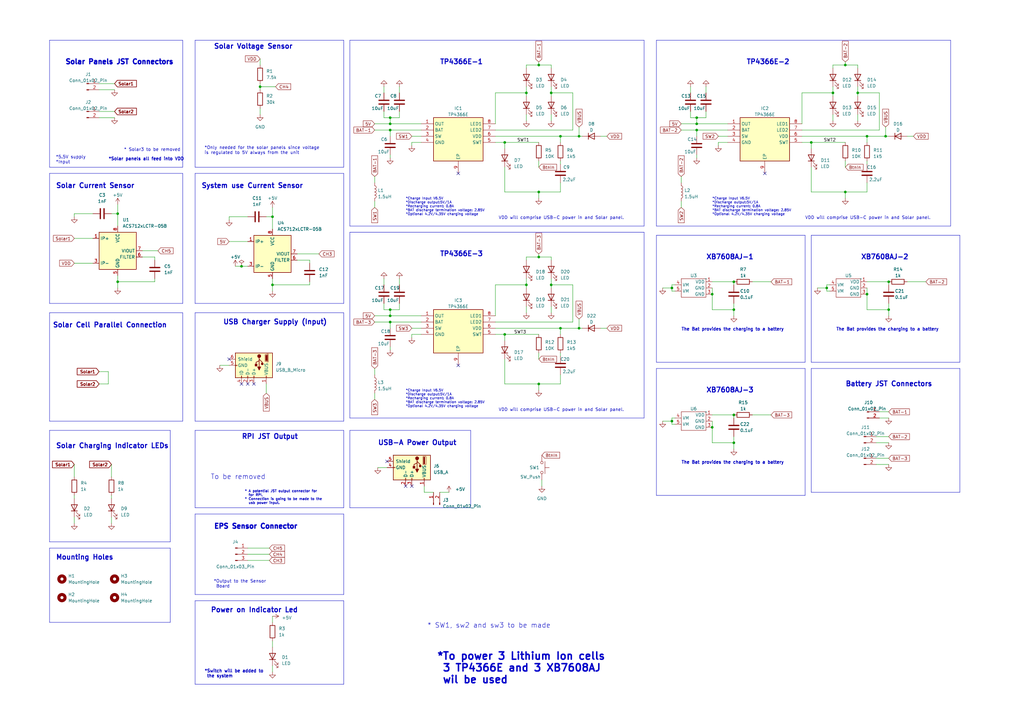
<source format=kicad_sch>
(kicad_sch (version 20230121) (generator eeschema)
  (paper "A3")
  (title_block (title "Electrical Power Supply System PCB by Gerald Mbuthia") (date "2023-09-24") (rev "v1.5") (company "Omarichet Space") (comment 1 "This is the Power Suply System for the Edusat. It will store power in thee Lithium Ion Batteries. Solar oanels will be available to charge th batteries."))
  (junction (at 207.01 58.42))
  (junction (at 346.71 26.67))
  (junction (at 207.01 137.16))
  (junction (at 285.75 53.34))
  (junction (at 341.63 38.1))
  (junction (at 364.49 115.57))
  (junction (at 351.79 38.1))
  (junction (at 285.75 48.26))
  (junction (at 300.99 127))
  (junction (at 111.76 116.84))
  (junction (at 111.76 88.9))
  (junction (at 300.99 181.61))
  (junction (at 220.98 157.48))
  (junction (at 160.02 129.54))
  (junction (at 332.74 58.42))
  (junction (at 215.9 38.1))
  (junction (at 346.71 78.74))
  (junction (at 226.06 116.84))
  (junction (at 292.1 120.65))
  (junction (at 237.49 134.62))
  (junction (at 285.75 50.8))
  (junction (at 275.59 118.11))
  (junction (at 300.99 115.57))
  (junction (at 160.02 127))
  (junction (at 220.98 105.41))
  (junction (at 237.49 55.88))
  (junction (at 229.87 55.88))
  (junction (at 339.09 118.11))
  (junction (at 363.22 55.88))
  (junction (at 99.06 109.22))
  (junction (at 160.02 48.26))
  (junction (at 364.49 127))
  (junction (at 48.26 115.57))
  (junction (at 106.68 35.56))
  (junction (at 220.98 78.74))
  (junction (at 355.6 120.65))
  (junction (at 215.9 116.84))
  (junction (at 300.99 170.18))
  (junction (at 220.98 26.67))
  (junction (at 160.02 132.08))
  (junction (at 275.59 172.72))
  (junction (at 160.02 53.34))
  (junction (at 355.6 55.88))
  (junction (at 48.26 87.63))
  (junction (at 229.87 134.62))
  (junction (at 292.1 175.26))
  (junction (at 226.06 38.1))
  (junction (at 160.02 50.8))
  (no_connect (at 187.96 71.12))
  (no_connect (at 101.6 157.48))
  (no_connect (at 166.37 199.39))
  (no_connect (at 313.69 71.12))
  (no_connect (at 104.14 157.48))
  (no_connect (at 158.75 189.23))
  (no_connect (at 99.06 157.48))
  (no_connect (at 168.91 199.39))
  (no_connect (at 93.98 147.32))
  (no_connect (at 187.96 149.86))
  (bus_entry (at -11.43 90.17) (size 2.54 2.54))
  (wire (pts (xy 328.93 58.42) (xy 332.74 58.42)))
  (wire (pts (xy 157.48 124.46) (xy 157.48 127)))
  (polyline (pts (xy 264.16 171.45) (xy 264.16 95.25)))
  (wire (pts (xy 279.4 82.55) (xy 279.4 85.09)))
  (polyline (pts (xy 20.32 176.53) (xy 69.85 176.53)))
  (wire (pts (xy 111.76 85.09) (xy 111.76 88.9)))
  (wire (pts (xy 106.68 34.29) (xy 106.68 35.56)))
  (wire (pts (xy 355.6 118.11) (xy 355.6 120.65)))
  (polyline (pts (xy 80.01 71.12) (xy 140.97 71.12)))
  (wire (pts (xy 180.34 201.93) (xy 184.15 201.93)))
  (wire (pts (xy 160.02 143.51) (xy 160.02 142.24)))
  (wire (pts (xy 226.06 35.56) (xy 226.06 38.1)))
  (wire (pts (xy 237.49 55.88) (xy 238.76 55.88)))
  (polyline (pts (xy 80.01 210.82) (xy 80.01 243.84)))
  (wire (pts (xy 359.41 187.96) (xy 364.49 187.96)))
  (wire (pts (xy 157.48 45.72) (xy 157.48 48.26)))
  (wire (pts (xy 58.42 105.41) (xy 63.5 105.41)))
  (wire (pts (xy 276.86 171.45) (xy 275.59 171.45)))
  (wire (pts (xy 207.01 78.74) (xy 220.98 78.74)))
  (wire (pts (xy 275.59 172.72) (xy 275.59 173.99)))
  (wire (pts (xy 106.68 35.56) (xy 106.68 36.83)))
  (wire (pts (xy 30.48 190.5) (xy 30.48 195.58)))
  (wire (pts (xy 44.45 152.4) (xy 44.45 157.48)))
  (wire (pts (xy 163.83 45.72) (xy 163.83 48.26)))
  (wire (pts (xy 226.06 49.53) (xy 226.06 46.99)))
  (polyline (pts (xy 193.04 176.53) (xy 193.04 208.28)))
  (polyline (pts (xy 20.32 255.27) (xy 69.85 255.27)))
  (wire (pts (xy 351.79 26.67) (xy 351.79 27.94)))
  (polyline (pts (xy 140.97 176.53) (xy 140.97 208.28)))
  (wire (pts (xy 341.63 26.67) (xy 346.71 26.67)))
  (polyline (pts (xy 269.24 92.71) (xy 389.89 92.71)))
  (wire (pts (xy 279.4 53.34) (xy 285.75 53.34)))
  (wire (pts (xy 203.2 53.34) (xy 234.95 53.34)))
  (wire (pts (xy 215.9 46.99) (xy 215.9 49.53)))
  (wire (pts (xy 328.93 55.88) (xy 355.6 55.88)))
  (wire (pts (xy 289.56 35.56) (xy 289.56 38.1)))
  (wire (pts (xy 226.06 116.84) (xy 226.06 118.11)))
  (wire (pts (xy 207.01 137.16) (xy 207.01 139.7)))
  (polyline (pts (xy 330.2 96.52) (xy 330.2 148.59)))
  (wire (pts (xy 220.98 104.14) (xy 220.98 105.41)))
  (wire (pts (xy 207.01 157.48) (xy 220.98 157.48)))
  (wire (pts (xy 222.25 196.85) (xy 222.25 199.39)))
  (wire (pts (xy 229.87 134.62) (xy 229.87 137.16)))
  (polyline (pts (xy 269.24 96.52) (xy 269.24 148.59)))
  (wire (pts (xy 234.95 38.1) (xy 226.06 38.1)))
  (wire (pts (xy 30.48 97.79) (xy 38.1 97.79)))
  (wire (pts (xy 215.9 106.68) (xy 215.9 105.41)))
  (wire (pts (xy 220.98 66.04) (xy 220.98 68.58)))
  (wire (pts (xy 300.99 179.07) (xy 300.99 181.61)))
  (wire (pts (xy 276.86 116.84) (xy 275.59 116.84)))
  (wire (pts (xy 332.74 68.58) (xy 332.74 78.74)))
  (polyline (pts (xy 20.32 222.25) (xy 69.85 222.25)))
  (wire (pts (xy 341.63 38.1) (xy 341.63 39.37)))
  (polyline (pts (xy 393.7 96.52) (xy 393.7 148.59)))
  (wire (pts (xy 355.6 55.88) (xy 363.22 55.88)))
  (wire (pts (xy 279.4 72.39) (xy 279.4 74.93)))
  (wire (pts (xy 163.83 114.3) (xy 163.83 116.84)))
  (wire (pts (xy 220.98 157.48) (xy 220.98 160.02)))
  (polyline (pts (xy 389.89 92.71) (xy 389.89 16.51)))
  (wire (pts (xy 275.59 172.72) (xy 271.78 172.72)))
  (wire (pts (xy 163.83 35.56) (xy 163.83 38.1)))
  (wire (pts (xy 275.59 116.84) (xy 275.59 118.11)))
  (wire (pts (xy 229.87 55.88) (xy 237.49 55.88)))
  (wire (pts (xy 372.11 55.88) (xy 374.65 55.88)))
  (wire (pts (xy 294.64 59.69) (xy 294.64 58.42)))
  (wire (pts (xy 292.1 172.72) (xy 292.1 175.26)))
  (wire (pts (xy 157.48 114.3) (xy 157.48 116.84)))
  (wire (pts (xy 276.86 119.38) (xy 275.59 119.38)))
  (polyline (pts (xy 74.93 124.46) (xy 74.93 71.12)))
  (polyline (pts (xy 143.51 176.53) (xy 193.04 176.53)))
  (wire (pts (xy 226.06 114.3) (xy 226.06 116.84)))
  (wire (pts (xy 153.67 129.54) (xy 160.02 129.54)))
  (polyline (pts (xy 74.93 68.58) (xy 20.32 68.58)))
  (wire (pts (xy 234.95 132.08) (xy 234.95 116.84)))
  (wire (pts (xy 215.9 26.67) (xy 220.98 26.67)))
  (wire (pts (xy 234.95 53.34) (xy 234.95 38.1)))
  (wire (pts (xy 220.98 144.78) (xy 220.98 147.32)))
  (wire (pts (xy 96.52 109.22) (xy 99.06 109.22)))
  (wire (pts (xy 160.02 132.08) (xy 160.02 134.62)))
  (wire (pts (xy 153.67 50.8) (xy 160.02 50.8)))
  (polyline (pts (xy 269.24 151.13) (xy 269.24 203.2)))
  (wire (pts (xy 226.06 128.27) (xy 226.06 125.73)))
  (wire (pts (xy 285.75 48.26) (xy 285.75 50.8)))
  (wire (pts (xy 332.74 58.42) (xy 346.71 58.42)))
  (wire (pts (xy 30.48 88.9) (xy 30.48 87.63)))
  (wire (pts (xy 359.41 190.5) (xy 364.49 190.5)))
  (polyline (pts (xy 80.01 128.27) (xy 140.97 128.27)))
  (wire (pts (xy 229.87 153.67) (xy 229.87 157.48)))
  (wire (pts (xy 48.26 113.03) (xy 48.26 115.57)))
  (polyline (pts (xy 330.2 148.59) (xy 269.24 148.59)))
  (wire (pts (xy 168.91 55.88) (xy 172.72 55.88)))
  (wire (pts (xy 275.59 118.11) (xy 271.78 118.11)))
  (wire (pts (xy 160.02 129.54) (xy 172.72 129.54)))
  (polyline (pts (xy 20.32 124.46) (xy 74.93 124.46)))
  (polyline (pts (xy 269.24 16.51) (xy 269.24 92.71)))
  (polyline (pts (xy 80.01 68.58) (xy 80.01 16.51)))
  (wire (pts (xy 237.49 52.07) (xy 237.49 55.88)))
  (polyline (pts (xy 74.93 16.51) (xy 74.93 68.58)))
  (polyline (pts (xy 69.85 255.27) (xy 69.85 224.79)))
  (wire (pts (xy 168.91 59.69) (xy 168.91 58.42)))
  (wire (pts (xy 341.63 27.94) (xy 341.63 26.67)))
  (wire (pts (xy 157.48 35.56) (xy 157.48 38.1)))
  (wire (pts (xy 346.71 25.4) (xy 346.71 26.67)))
  (wire (pts (xy 99.06 109.22) (xy 101.6 109.22)))
  (wire (pts (xy 285.75 48.26) (xy 289.56 48.26)))
  (polyline (pts (xy 193.04 208.28) (xy 143.51 208.28)))
  (wire (pts (xy 40.64 152.4) (xy 44.45 152.4)))
  (polyline (pts (xy 20.32 71.12) (xy 74.93 71.12)))
  (wire (pts (xy 154.94 191.77) (xy 158.75 191.77)))
  (wire (pts (xy 215.9 114.3) (xy 215.9 116.84)))
  (wire (pts (xy 30.48 107.95) (xy 38.1 107.95)))
  (wire (pts (xy 111.76 116.84) (xy 111.76 119.38)))
  (wire (pts (xy 101.6 227.33) (xy 110.49 227.33)))
  (wire (pts (xy 160.02 127) (xy 160.02 129.54)))
  (wire (pts (xy 160.02 53.34) (xy 172.72 53.34)))
  (polyline (pts (xy 140.97 210.82) (xy 140.97 243.84)))
  (polyline (pts (xy 140.97 246.38) (xy 140.97 280.67)))
  (polyline (pts (xy 74.93 172.72) (xy 20.32 172.72)))
  (polyline (pts (xy 332.74 96.52) (xy 332.74 148.59)))
  (wire (pts (xy 226.06 105.41) (xy 226.06 106.68)))
  (wire (pts (xy 207.01 137.16) (xy 220.98 137.16)))
  (wire (pts (xy 229.87 144.78) (xy 229.87 146.05)))
  (wire (pts (xy 127 116.84) (xy 111.76 116.84)))
  (wire (pts (xy 346.71 66.04) (xy 346.71 68.58)))
  (wire (pts (xy 285.75 53.34) (xy 298.45 53.34)))
  (wire (pts (xy 237.49 130.81) (xy 237.49 134.62)))
  (wire (pts (xy 364.49 127) (xy 355.6 127)))
  (polyline (pts (xy 80.01 246.38) (xy 80.01 280.67)))
  (wire (pts (xy 215.9 105.41) (xy 220.98 105.41)))
  (wire (pts (xy 207.01 68.58) (xy 207.01 78.74)))
  (wire (pts (xy 363.22 52.07) (xy 363.22 55.88)))
  (wire (pts (xy 106.68 44.45) (xy 106.68 46.99)))
  (wire (pts (xy 229.87 157.48) (xy 220.98 157.48)))
  (wire (pts (xy 160.02 127) (xy 157.48 127)))
  (wire (pts (xy 229.87 134.62) (xy 237.49 134.62)))
  (wire (pts (xy 160.02 48.26) (xy 157.48 48.26)))
  (wire (pts (xy 285.75 50.8) (xy 298.45 50.8)))
  (wire (pts (xy 40.64 45.72) (xy 46.99 45.72)))
  (polyline (pts (xy 80.01 16.51) (xy 140.97 16.51)))
  (wire (pts (xy 355.6 74.93) (xy 355.6 78.74)))
  (wire (pts (xy 203.2 134.62) (xy 229.87 134.62)))
  (wire (pts (xy 111.76 114.3) (xy 111.76 116.84)))
  (polyline (pts (xy 269.24 16.51) (xy 389.89 16.51)))
  (wire (pts (xy 63.5 115.57) (xy 48.26 115.57)))
  (wire (pts (xy 355.6 127) (xy 355.6 120.65)))
  (wire (pts (xy 220.98 78.74) (xy 220.98 81.28)))
  (wire (pts (xy 203.2 132.08) (xy 234.95 132.08)))
  (polyline (pts (xy 80.01 128.27) (xy 80.01 172.72)))
  (wire (pts (xy 364.49 115.57) (xy 355.6 115.57)))
  (polyline (pts (xy 393.7 201.93) (xy 332.74 201.93)))
  (polyline (pts (xy 80.01 124.46) (xy 140.97 124.46)))
  (polyline (pts (xy 140.97 68.58) (xy 80.01 68.58)))
  (wire (pts (xy 30.48 212.09) (xy 30.48 214.63)))
  (wire (pts (xy 93.98 90.17) (xy 93.98 88.9)))
  (wire (pts (xy 168.91 58.42) (xy 172.72 58.42)))
  (wire (pts (xy 351.79 49.53) (xy 351.79 46.99)))
  (wire (pts (xy 364.49 115.57) (xy 364.49 116.84)))
  (wire (pts (xy 300.99 181.61) (xy 292.1 181.61)))
  (wire (pts (xy 328.93 50.8) (xy 328.93 38.1)))
  (wire (pts (xy 292.1 118.11) (xy 292.1 120.65)))
  (wire (pts (xy 328.93 38.1) (xy 341.63 38.1)))
  (polyline (pts (xy 332.74 151.13) (xy 332.74 201.93)))
  (wire (pts (xy 160.02 53.34) (xy 160.02 55.88)))
  (wire (pts (xy 153.67 151.13) (xy 153.67 153.67)))
  (polyline (pts (xy 140.97 280.67) (xy 80.01 280.67)))
  (wire (pts (xy 111.76 262.89) (xy 111.76 265.43)))
  (wire (pts (xy 215.9 38.1) (xy 215.9 39.37)))
  (polyline (pts (xy 393.7 151.13) (xy 393.7 201.93)))
  (polyline (pts (xy 269.24 151.13) (xy 330.2 151.13)))
  (wire (pts (xy 163.83 124.46) (xy 163.83 127)))
  (wire (pts (xy 300.99 115.57) (xy 292.1 115.57)))
  (polyline (pts (xy 143.51 16.51) (xy 143.51 92.71)))
  (wire (pts (xy 363.22 55.88) (xy 364.49 55.88)))
  (wire (pts (xy 173.99 201.93) (xy 177.8 201.93)))
  (wire (pts (xy 40.64 157.48) (xy 44.45 157.48)))
  (wire (pts (xy 173.99 199.39) (xy 173.99 201.93)))
  (polyline (pts (xy 20.32 71.12) (xy 20.32 124.46)))
  (wire (pts (xy 40.64 48.26) (xy 46.99 48.26)))
  (wire (pts (xy 203.2 38.1) (xy 215.9 38.1)))
  (wire (pts (xy 215.9 35.56) (xy 215.9 38.1)))
  (polyline (pts (xy 80.01 71.12) (xy 80.01 124.46)))
  (wire (pts (xy 109.22 157.48) (xy 109.22 161.29)))
  (wire (pts (xy 359.41 179.07) (xy 364.49 179.07)))
  (wire (pts (xy 30.48 87.63) (xy 38.1 87.63)))
  (polyline (pts (xy 20.32 224.79) (xy 20.32 255.27)))
  (polyline (pts (xy 20.32 128.27) (xy 20.32 172.72)))
  (wire (pts (xy 275.59 118.11) (xy 275.59 119.38)))
  (wire (pts (xy 351.79 38.1) (xy 351.79 39.37)))
  (polyline (pts (xy 80.01 176.53) (xy 140.97 176.53)))
  (polyline (pts (xy 140.97 208.28) (xy 80.01 208.28)))
  (polyline (pts (xy 80.01 210.82) (xy 140.97 210.82)))
  (wire (pts (xy 127 115.57) (xy 127 116.84)))
  (wire (pts (xy 332.74 58.42) (xy 332.74 60.96)))
  (wire (pts (xy 275.59 171.45) (xy 275.59 172.72)))
  (wire (pts (xy 93.98 88.9) (xy 101.6 88.9)))
  (polyline (pts (xy 80.01 246.38) (xy 140.97 246.38)))
  (wire (pts (xy 168.91 138.43) (xy 168.91 137.16)))
  (wire (pts (xy 127 106.68) (xy 127 107.95)))
  (polyline (pts (xy 74.93 128.27) (xy 74.93 172.72)))
  (polyline (pts (xy 143.51 171.45) (xy 264.16 171.45)))
  (wire (pts (xy 285.75 64.77) (xy 285.75 63.5)))
  (wire (pts (xy 285.75 53.34) (xy 285.75 55.88)))
  (wire (pts (xy 121.92 104.14) (xy 130.81 104.14)))
  (wire (pts (xy 340.36 116.84) (xy 339.09 116.84)))
  (polyline (pts (xy 20.32 224.79) (xy 69.85 224.79)))
  (wire (pts (xy 215.9 27.94) (xy 215.9 26.67)))
  (wire (pts (xy 229.87 78.74) (xy 220.98 78.74)))
  (wire (pts (xy 153.67 82.55) (xy 153.67 85.09)))
  (wire (pts (xy 58.42 102.87) (xy 64.77 102.87)))
  (wire (pts (xy 215.9 116.84) (xy 215.9 118.11)))
  (wire (pts (xy 203.2 116.84) (xy 215.9 116.84)))
  (wire (pts (xy 339.09 116.84) (xy 339.09 118.11)))
  (polyline (pts (xy 20.32 128.27) (xy 74.93 128.27)))
  (wire (pts (xy 226.06 38.1) (xy 226.06 39.37)))
  (polyline (pts (xy 140.97 128.27) (xy 140.97 172.72)))
  (wire (pts (xy 283.21 35.56) (xy 283.21 38.1)))
  (wire (pts (xy 346.71 26.67) (xy 351.79 26.67)))
  (wire (pts (xy 229.87 55.88) (xy 229.87 58.42)))
  (wire (pts (xy 339.09 118.11) (xy 335.28 118.11)))
  (wire (pts (xy 328.93 53.34) (xy 360.68 53.34)))
  (wire (pts (xy 160.02 50.8) (xy 172.72 50.8)))
  (wire (pts (xy 93.98 99.06) (xy 101.6 99.06)))
  (wire (pts (xy 285.75 48.26) (xy 283.21 48.26)))
  (wire (pts (xy 355.6 78.74) (xy 346.71 78.74)))
  (wire (pts (xy 48.26 83.82) (xy 48.26 87.63)))
  (wire (pts (xy 279.4 50.8) (xy 285.75 50.8)))
  (wire (pts (xy 220.98 25.4) (xy 220.98 26.67)))
  (polyline (pts (xy 143.51 176.53) (xy 143.51 208.28)))
  (polyline (pts (xy 143.51 16.51) (xy 264.16 16.51)))
  (wire (pts (xy 234.95 116.84) (xy 226.06 116.84)))
  (wire (pts (xy 339.09 118.11) (xy 339.09 119.38)))
  (polyline (pts (xy 269.24 96.52) (xy 330.2 96.52)))
  (wire (pts (xy 121.92 106.68) (xy 127 106.68)))
  (wire (pts (xy 30.48 203.2) (xy 30.48 204.47)))
  (wire (pts (xy 48.26 87.63) (xy 48.26 92.71)))
  (wire (pts (xy 360.68 53.34) (xy 360.68 38.1)))
  (wire (pts (xy 207.01 147.32) (xy 207.01 157.48)))
  (wire (pts (xy 341.63 35.56) (xy 341.63 38.1)))
  (polyline (pts (xy 20.32 176.53) (xy 20.32 222.25)))
  (wire (pts (xy 153.67 161.29) (xy 153.67 163.83)))
  (wire (pts (xy 340.36 119.38) (xy 339.09 119.38)))
  (polyline (pts (xy 20.32 16.51) (xy 20.32 68.58)))
  (wire (pts (xy 364.49 124.46) (xy 364.49 127)))
  (wire (pts (xy 372.11 115.57) (xy 379.73 115.57)))
  (wire (pts (xy 106.68 35.56) (xy 113.03 35.56)))
  (wire (pts (xy 63.5 114.3) (xy 63.5 115.57)))
  (wire (pts (xy 90.17 149.86) (xy 93.98 149.86)))
  (wire (pts (xy 160.02 48.26) (xy 160.02 50.8)))
  (wire (pts (xy 220.98 26.67) (xy 226.06 26.67)))
  (wire (pts (xy 63.5 105.41) (xy 63.5 106.68)))
  (wire (pts (xy 160.02 132.08) (xy 172.72 132.08)))
  (wire (pts (xy 40.64 36.83) (xy 46.99 36.83)))
  (wire (pts (xy 207.01 58.42) (xy 220.98 58.42)))
  (wire (pts (xy 203.2 50.8) (xy 203.2 38.1)))
  (wire (pts (xy 276.86 173.99) (xy 275.59 173.99)))
  (wire (pts (xy 300.99 127) (xy 292.1 127)))
  (wire (pts (xy 111.76 273.05) (xy 111.76 275.59)))
  (polyline (pts (xy 69.85 222.25) (xy 69.85 214.63)))
  (wire (pts (xy 360.68 171.45) (xy 364.49 171.45)))
  (polyline (pts (xy 80.01 172.72) (xy 140.97 172.72)))
  (wire (pts (xy 283.21 45.72) (xy 283.21 48.26)))
  (wire (pts (xy 359.41 181.61) (xy 364.49 181.61)))
  (wire (pts (xy 40.64 34.29) (xy 46.99 34.29)))
  (polyline (pts (xy 143.51 92.71) (xy 264.16 92.71)))
  (polyline (pts (xy 143.51 95.25) (xy 143.51 171.45)))
  (wire (pts (xy 360.68 38.1) (xy 351.79 38.1)))
  (polyline (pts (xy 20.32 16.51) (xy 74.93 16.51)))
  (wire (pts (xy 355.6 55.88) (xy 355.6 58.42)))
  (wire (pts (xy 300.99 170.18) (xy 300.99 171.45)))
  (wire (pts (xy 332.74 78.74) (xy 346.71 78.74)))
  (wire (pts (xy 229.87 66.04) (xy 229.87 67.31)))
  (wire (pts (xy 289.56 45.72) (xy 289.56 48.26)))
  (wire (pts (xy 346.71 78.74) (xy 346.71 81.28)))
  (wire (pts (xy 300.99 181.61) (xy 300.99 184.15)))
  (wire (pts (xy 203.2 137.16) (xy 207.01 137.16)))
  (wire (pts (xy 153.67 132.08) (xy 160.02 132.08)))
  (wire (pts (xy 207.01 58.42) (xy 207.01 60.96)))
  (wire (pts (xy 246.38 55.88) (xy 248.92 55.88)))
  (polyline (pts (xy 69.85 214.63) (xy 69.85 176.53)))
  (wire (pts (xy 153.67 53.34) (xy 160.02 53.34)))
  (wire (pts (xy 111.76 88.9) (xy 111.76 93.98)))
  (wire (pts (xy 111.76 252.73) (xy 111.76 255.27)))
  (wire (pts (xy 45.72 87.63) (xy 48.26 87.63)))
  (wire (pts (xy 48.26 115.57) (xy 48.26 118.11)))
  (wire (pts (xy 237.49 134.62) (xy 238.76 134.62)))
  (wire (pts (xy 292.1 181.61) (xy 292.1 175.26)))
  (wire (pts (xy 226.06 26.67) (xy 226.06 27.94)))
  (polyline (pts (xy 332.74 151.13) (xy 393.7 151.13)))
  (wire (pts (xy 355.6 66.04) (xy 355.6 67.31)))
  (wire (pts (xy 168.91 137.16) (xy 172.72 137.16)))
  (polyline (pts (xy 332.74 96.52) (xy 393.7 96.52)))
  (wire (pts (xy 215.9 125.73) (xy 215.9 128.27)))
  (wire (pts (xy 341.63 46.99) (xy 341.63 49.53)))
  (wire (pts (xy 360.68 168.91) (xy 364.49 168.91)))
  (wire (pts (xy 364.49 127) (xy 364.49 129.54)))
  (polyline (pts (xy 140.97 124.46) (xy 140.97 71.12)))
  (wire (pts (xy 300.99 127) (xy 300.99 129.54)))
  (wire (pts (xy 45.72 212.09) (xy 45.72 214.63)))
  (wire (pts (xy 160.02 48.26) (xy 163.83 48.26)))
  (wire (pts (xy 294.64 55.88) (xy 298.45 55.88)))
  (wire (pts (xy 160.02 64.77) (xy 160.02 63.5)))
  (polyline (pts (xy 330.2 151.13) (xy 330.2 203.2)))
  (wire (pts (xy 308.61 115.57) (xy 316.23 115.57)))
  (wire (pts (xy 300.99 115.57) (xy 300.99 116.84)))
  (wire (pts (xy 246.38 134.62) (xy 248.92 134.62)))
  (polyline (pts (xy 264.16 92.71) (xy 264.16 16.51)))
  (wire (pts (xy 203.2 129.54) (xy 203.2 116.84)))
  (wire (pts (xy 351.79 35.56) (xy 351.79 38.1)))
  (wire (pts (xy 203.2 58.42) (xy 207.01 58.42)))
  (wire (pts (xy 106.68 24.13) (xy 106.68 26.67)))
  (wire (pts (xy 45.72 190.5) (xy 45.72 195.58)))
  (wire (pts (xy 45.72 203.2) (xy 45.72 204.47)))
  (wire (pts (xy 300.99 170.18) (xy 292.1 170.18)))
  (wire (pts (xy 109.22 88.9) (xy 111.76 88.9)))
  (polyline (pts (xy 140.97 243.84) (xy 80.01 243.84)))
  (polyline (pts (xy 143.51 95.25) (xy 264.16 95.25)))
  (polyline (pts (xy 393.7 148.59) (xy 332.74 148.59)))
  (wire (pts (xy 229.87 74.93) (xy 229.87 78.74)))
  (wire (pts (xy 203.2 55.88) (xy 229.87 55.88)))
  (wire (pts (xy 292.1 127) (xy 292.1 120.65)))
  (wire (pts (xy 294.64 58.42) (xy 298.45 58.42)))
  (wire (pts (xy 300.99 124.46) (xy 300.99 127)))
  (wire (pts (xy 101.6 224.79) (xy 110.49 224.79)))
  (wire (pts (xy 220.98 105.41) (xy 226.06 105.41)))
  (wire (pts (xy 153.67 72.39) (xy 153.67 74.93)))
  (polyline (pts (xy 140.97 16.51) (xy 140.97 68.58)))
  (polyline (pts (xy 330.2 203.2) (xy 269.24 203.2)))
  (polyline (pts (xy 80.01 176.53) (xy 80.01 208.28)))
  (wire (pts (xy 168.91 134.62) (xy 172.72 134.62)))
  (wire (pts (xy 101.6 229.87) (xy 110.49 229.87)))
  (wire (pts (xy 308.61 170.18) (xy 316.23 170.18)))
  (wire (pts (xy 160.02 127) (xy 163.83 127)))
  (text "USB-A Power Output" (at 154.94 182.88 0) (effects (font (size 2 2) (thickness 0.4) bold) (justify left bottom)))
  (text "XB7608AJ-1" (at 289.56 106.68 0) (effects (font (size 2 2) (thickness 0.4) bold) (justify left bottom)))
  (text "XB7608AJ-3" (at 289.56 161.29 0) (effects (font (size 2 2) (thickness 0.4) bold) (justify left bottom)))
  (text "The Bat provides the charging to a battery" (at 342.9 135.89 0) (effects (font (size 1.27 1.27) bold) (justify left bottom)))
  (text "XB7608AJ-2" (at 353.06 106.68 0) (effects (font (size 2 2) (thickness 0.4) bold) (justify left bottom)))
  (text "*Switch will be added to\n the system" (at 83.82 278.13 0) (effects (font (size 1.27 1.27) bold) (justify left bottom)))
  (text "*5.5V supply\n*Input" (at 22.86 67.31 0) (effects (font (size 1.27 1.27)) (justify left bottom)))
  (text "TP4366E-2" (at 306.07 26.67 0) (effects (font (size 2 2) (thickness 0.4) bold) (justify left bottom)))
  (text "Power on Indicator Led" (at 86.36 251.46 0) (effects (font (size 2 2) (thickness 0.4) bold) (justify left bottom)))
  (text "Solar Voltage Sensor" (at 87.63 20.32 0) (effects (font (size 2 2) bold) (justify left bottom)))
  (text "*Charge Input V6.5V \n*Discharge output:5V/1A\n*Recharging current: 0.8A\n*BAT discharge termination voltage: 2.85V\n*Optional 4.2V/4.35V charging voltage\n\n" (at 292.1 90.17 0) (effects (font (size 1 1)) (justify left bottom)))
  (text "* A potential JST output connector for\n  for RPI.\n* Connection is going to be made to the \n  usb power input." (at 100.33 207.01 0) (effects (font (size 1 1) bold) (justify left bottom)))
  (text "VDD will comprise USB-C power in and Solar panel." (at 330.2 90.17 0) (effects (font (size 1.27 1.27)) (justify left bottom)))
  (text "Solar Current Sensor" (at 22.86 77.47 0) (effects (font (size 2 2) bold) (justify left bottom)))
  (text "Solar Panels JST Connectors" (at 26.67 26.67 0) (effects (font (size 2 2) (thickness 0.6) bold) (justify left bottom)))
  (text "Solar Cell Parallel Connection" (at 21.59 134.62 0) (effects (font (size 2 2) (thickness 0.4) bold) (justify left bottom)))
  (text "*To power 3 Lithium Ion cells\n 3 TP4366E and 3 XB7608AJ \n wil be used" (at 179.07 280.67 0) (effects (font (size 3 3) bold) (justify left bottom)))
  (text "TP4366E-3" (at 180.34 105.41 0) (effects (font (size 2 2) (thickness 0.4) bold) (justify left bottom)))
  (text "The Bat provides the charging to a battery" (at 279.4 135.89 0) (effects (font (size 1.27 1.27) bold) (justify left bottom)))
  (text "VDD will comprise USB-C power in and Solar panel." (at 204.47 90.17 0) (effects (font (size 1.27 1.27)) (justify left bottom)))
  (text "Mounting Holes" (at 22.86 229.87 0) (effects (font (size 2 2) (thickness 0.4) bold) (justify left bottom)))
  (text "*Charge Input V6.5V \n*Discharge output:5V/1A\n*Recharging current: 0.8A\n*BAT discharge termination voltage: 2.85V\n*Optional 4.2V/4.35V charging voltage\n\n" (at 166.37 168.91 0) (effects (font (size 1 1)) (justify left bottom)))
  (text "TP4366E-1" (at 180.34 26.67 0) (effects (font (size 2 2) (thickness 0.4) bold) (justify left bottom)))
  (text "*Charge Input V6.5V \n*Discharge output:5V/1A\n*Recharging current: 0.8A\n*BAT discharge termination voltage: 2.85V\n*Optional 4.2V/4.35V charging voltage\n\n" (at 166.37 90.17 0) (effects (font (size 1 1)) (justify left bottom)))
  (text "*Only needed for the solar panels since voltage \nis regulated to 5V always from the unit" (at 83.82 63.5 0) (effects (font (size 1.27 1.27)) (justify left bottom)))
  (text "USB Charger Supply (Input)" (at 91.44 133.35 0) (effects (font (size 2 2) (thickness 0.4) bold) (justify left bottom)))
  (text "To be removed" (at 86.36 196.85 0) (effects (font (size 2 2)) (justify left bottom)))
  (text "EPS Sensor Connector" (at 87.63 217.17 0) (effects (font (size 2 2) (thickness 0.6) bold) (justify left bottom)))
  (text "RPI JST Output" (at 99.06 180.34 0) (effects (font (size 2 2) (thickness 0.4) bold) (justify left bottom)))
  (text "Battery JST Connectors" (at 346.71 158.75 0) (effects (font (size 2 2) (thickness 0.4) bold) (justify left bottom)))
  (text "Solar Charging Indicator LEDs" (at 22.86 184.15 0) (effects (font (size 2 2) bold) (justify left bottom)))
  (text "* SW1, sw2 and sw3 to be made" (at 175.26 257.81 0) (effects (font (size 2 2)) (justify left bottom)))
  (text "The Bat provides the charging to a battery" (at 279.4 190.5 0) (effects (font (size 1.27 1.27) bold) (justify left bottom)))
  (text "VDD will comprise USB-C power in and Solar panel." (at 204.47 168.91 0) (effects (font (size 1.27 1.27)) (justify left bottom)))
  (text "*Output to the Sensor\n Board" (at 87.63 241.3 0) (effects (font (size 1.27 1.27)) (justify left bottom)))
  (text "*Solar panels all feed into VDD" (at 44.45 66.04 0) (effects (font (size 1.27 1.27) bold) (justify left bottom)))
  (text "* Solar3 to be removed" (at 50.8 62.23 0) (effects (font (size 1.27 1.27)) (justify left bottom)))
  (text "System use Current Sensor" (at 82.55 77.47 0) (effects (font (size 2 2) bold) (justify left bottom)))
  (label "SWT3" (at 210.82 137.16 0))
  (label "SWT2" (at 337.82 58.42 0))
  (label "SWT1" (at 212.09 58.42 0))
  (global_label "Solar1" (shape input) (at 30.48 97.79 180) (property "Intersheetrefs" "${INTERSHEET_REFS}" (effects hide)))
  (global_label "BAT-1" (shape input) (at 220.98 25.4 90) (property "Intersheetrefs" "${INTERSHEET_REFS}" (effects hide)))
  (global_label "VDD" (shape input) (at 374.65 55.88 0) (property "Intersheetrefs" "${INTERSHEET_REFS}" (effects hide)))
  (global_label "VBUS" (shape input) (at 109.22 161.29 270) (property "Intersheetrefs" "${INTERSHEET_REFS}" (effects hide)))
  (global_label "CH3" (shape input) (at 110.49 229.87 0) (property "Intersheetrefs" "${INTERSHEET_REFS}" (effects hide)))
  (global_label "BAT-1" (shape input) (at 316.23 115.57 0) (property "Intersheetrefs" "${INTERSHEET_REFS}" (effects hide)))
  (global_label "VDD" (shape input) (at 248.92 134.62 0) (property "Intersheetrefs" "${INTERSHEET_REFS}" (effects hide)))
  (global_label "BAT-3" (shape input) (at 153.67 132.08 180) (property "Intersheetrefs" "${INTERSHEET_REFS}" (effects hide)))
  (global_label "BAT-2" (shape input) (at 346.71 25.4 90) (property "Intersheetrefs" "${INTERSHEET_REFS}" (effects hide)))
  (global_label "BAT-2" (shape input) (at 379.73 115.57 0) (property "Intersheetrefs" "${INTERSHEET_REFS}" (effects hide)))
  (global_label "VDD" (shape input) (at 30.48 107.95 180) (property "Intersheetrefs" "${INTERSHEET_REFS}" (effects hide)))
  (global_label "BAT-2" (shape input) (at 279.4 53.34 180) (property "Intersheetrefs" "${INTERSHEET_REFS}" (effects hide)))
  (global_label "SW2" (shape input) (at 279.4 85.09 270) (property "Intersheetrefs" "${INTERSHEET_REFS}" (effects hide)))
  (global_label "VBUS" (shape input) (at 363.22 52.07 90) (property "Intersheetrefs" "${INTERSHEET_REFS}" (effects hide)))
  (global_label "Solar1" (shape input) (at 40.64 152.4 180) (effects (font bold)) (property "Intersheetrefs" "${INTERSHEET_REFS}" (effects hide)))
  (global_label "Solar2" (shape input) (at 40.64 157.48 180) (effects (font bold)) (property "Intersheetrefs" "${INTERSHEET_REFS}" (effects hide)))
  (global_label "Solar1" (shape input) (at 46.99 34.29 0) (effects (font bold)) (property "Intersheetrefs" "${INTERSHEET_REFS}" (effects hide)))
  (global_label "BAT-3" (shape input) (at 153.67 151.13 90) (property "Intersheetrefs" "${INTERSHEET_REFS}" (effects hide)))
  (global_label "5V" (shape input) (at 153.67 50.8 180) (property "Intersheetrefs" "${INTERSHEET_REFS}" (effects hide)))
  (global_label "BAT-1" (shape input) (at 364.49 168.91 0) (property "Intersheetrefs" "${INTERSHEET_REFS}" (effects hide)))
  (global_label "SW1" (shape input) (at 168.91 55.88 180) (property "Intersheetrefs" "${INTERSHEET_REFS}" (effects hide)))
  (global_label "BAT-2" (shape input) (at 364.49 179.07 0) (property "Intersheetrefs" "${INTERSHEET_REFS}" (effects hide)))
  (global_label "BtnIn" (shape input) (at 220.98 68.58 0) (property "Intersheetrefs" "${INTERSHEET_REFS}" (effects hide)))
  (global_label "SW3" (shape input) (at 153.67 163.83 270) (property "Intersheetrefs" "${INTERSHEET_REFS}" (effects hide)))
  (global_label "Solar2" (shape input) (at 45.72 190.5 180) (effects (font bold)) (property "Intersheetrefs" "${INTERSHEET_REFS}" (effects hide)))
  (global_label "BAT-1" (shape input) (at 153.67 53.34 180) (property "Intersheetrefs" "${INTERSHEET_REFS}" (effects hide)))
  (global_label "BtnIn" (shape input) (at 346.71 68.58 0) (property "Intersheetrefs" "${INTERSHEET_REFS}" (effects hide)))
  (global_label "BAT-3" (shape input) (at 364.49 187.96 0) (property "Intersheetrefs" "${INTERSHEET_REFS}" (effects hide)))
  (global_label "Solar2" (shape input) (at 46.99 45.72 0) (effects (font bold)) (property "Intersheetrefs" "${INTERSHEET_REFS}" (effects hide)))
  (global_label "5V" (shape input) (at 93.98 99.06 180) (property "Intersheetrefs" "${INTERSHEET_REFS}" (effects hide)))
  (global_label "BtnIn" (shape input) (at 220.98 147.32 0) (property "Intersheetrefs" "${INTERSHEET_REFS}" (effects hide)))
  (global_label "BAT-2" (shape input) (at 279.4 72.39 90) (property "Intersheetrefs" "${INTERSHEET_REFS}" (effects hide)))
  (global_label "VBUS" (shape input) (at 237.49 130.81 90) (property "Intersheetrefs" "${INTERSHEET_REFS}" (effects hide)))
  (global_label "VDD" (shape input) (at 248.92 55.88 0) (property "Intersheetrefs" "${INTERSHEET_REFS}" (effects hide)))
  (global_label "SW2" (shape input) (at 294.64 55.88 180) (property "Intersheetrefs" "${INTERSHEET_REFS}" (effects hide)))
  (global_label "CH3" (shape input) (at 130.81 104.14 0) (property "Intersheetrefs" "${INTERSHEET_REFS}" (effects hide)))
  (global_label "CH4" (shape input) (at 110.49 227.33 0) (property "Intersheetrefs" "${INTERSHEET_REFS}" (effects hide)))
  (global_label "BtnIn" (shape input) (at 222.25 186.69 0) (property "Intersheetrefs" "${INTERSHEET_REFS}" (effects hide)))
  (global_label "CH4" (shape input) (at 113.03 35.56 0) (property "Intersheetrefs" "${INTERSHEET_REFS}" (effects hide)))
  (global_label "VBUS" (shape input) (at 237.49 52.07 90) (property "Intersheetrefs" "${INTERSHEET_REFS}" (effects hide)))
  (global_label "BAT-3" (shape input) (at 316.23 170.18 0) (property "Intersheetrefs" "${INTERSHEET_REFS}" (effects hide)))
  (global_label "BAT-1" (shape input) (at 153.67 72.39 90) (property "Intersheetrefs" "${INTERSHEET_REFS}" (effects hide)))
  (global_label "5V" (shape input) (at 279.4 50.8 180) (property "Intersheetrefs" "${INTERSHEET_REFS}" (effects hide)))
  (global_label "SW1" (shape input) (at 153.67 85.09 270) (property "Intersheetrefs" "${INTERSHEET_REFS}" (effects hide)))
  (global_label "CH5" (shape input) (at 64.77 102.87 0) (property "Intersheetrefs" "${INTERSHEET_REFS}" (effects hide)))
  (global_label "5V" (shape input) (at 153.67 129.54 180) (property "Intersheetrefs" "${INTERSHEET_REFS}" (effects hide)))
  (global_label "VDD" (shape input) (at 106.68 24.13 180) (property "Intersheetrefs" "${INTERSHEET_REFS}" (effects hide)))
  (global_label "SW3" (shape input) (at 168.91 134.62 180) (property "Intersheetrefs" "${INTERSHEET_REFS}" (effects hide)))
  (global_label "CH5" (shape input) (at 110.49 224.79 0) (property "Intersheetrefs" "${INTERSHEET_REFS}" (effects hide)))
  (global_label "Solar1" (shape input) (at 30.48 190.5 180) (effects (font bold)) (property "Intersheetrefs" "${INTERSHEET_REFS}" (effects hide)))
  (global_label "BAT-3" (shape input) (at 220.98 104.14 90) (property "Intersheetrefs" "${INTERSHEET_REFS}" (effects hide)))
  (symbol (lib_id "Connector:Conn_01x02_Pin") (at 177.8 207.01 90) (unit 1)
    (property "Reference" "J3" (at 181.61 205.105 90) (effects (justify right)))
    (property "Value" "Conn_01x02_Pin" (at 181.61 207.645 90) (effects (justify right)))
    (property "Footprint" "Connector_JST:JST_EH_S2B-EH_1x02_P2.50mm_Horizontal" (effects hide))
  )
  (symbol (lib_id "Device:C") (at 157.48 120.65 0) (unit 1)
    (property "Reference" "C17" (at 153.67 118.11 0) (effects (justify left)))
    (property "Value" "10uF" (at 152.4 123.19 0) (effects (justify left)))
    (property "Footprint" "Capacitor_SMD:C_0805_2012Metric" (effects hide))
  )
  (symbol (lib_id "Device:D") (at 242.57 134.62 0) (unit 1)
    (property "Reference" "D22" (at 242.57 129.54 0))
    (property "Value" "D" (at 242.57 132.08 0))
    (property "Footprint" "Diode_SMD:D_0805_2012Metric" (effects hide))
    (property "Sim.Device" "D" (effects hide))
    (property "Sim.Pins" "1=K 2=A" (effects hide))
  )
  (symbol (lib_id "Device:C") (at 127 111.76 0) (unit 1)
    (property "Reference" "C12" (at 130.81 110.4899 0) (effects (justify left)))
    (property "Value" "1nF" (at 130.81 113.0299 0) (effects (justify left)))
    (property "Footprint" "Capacitor_SMD:C_0805_2012Metric" (effects hide))
  )
  (symbol (lib_id "power:GND") (at 111.76 275.59 0) (unit 1)
    (property "Reference" "#PWR03" (effects hide))
    (property "Value" "GND" (effects hide))
  )
  (symbol (lib_id "power:GND") (at 163.83 114.3 180) (unit 1)
    (property "Reference" "#PWR039" (effects hide))
    (property "Value" "GND" (effects hide))
  )
  (symbol (lib_id "power:GND") (at 168.91 59.69 0) (unit 1)
    (property "Reference" "#PWR017" (effects hide))
    (property "Value" "GND" (effects hide))
  )
  (symbol (lib_id "Device:R") (at 346.71 62.23 0) (unit 1)
    (property "Reference" "R10" (at 349.25 61.595 0) (effects (justify left)))
    (property "Value" "10K" (at 349.25 64.135 0) (effects (justify left)))
    (property "Footprint" "Resistor_SMD:R_0805_2012Metric" (effects hide))
  )
  (symbol (lib_id "Connector:Conn_01x02_Pin") (at 354.33 187.96 0) (unit 1)
    (property "Reference" "J12" (at 354.965 184.15 0))
    (property "Value" "Conn_01x02_Pin" (at 354.965 186.69 0))
    (property "Footprint" "Connector_JST:JST_EH_S2B-EH_1x02_P2.50mm_Horizontal" (effects hide))
  )
  (symbol (lib_id "Device:LED") (at 341.63 43.18 90) (unit 1)
    (property "Reference" "D13" (at 345.44 44.1325 90) (effects (justify right)))
    (property "Value" "LED" (at 345.44 46.6725 90) (effects (justify right)))
    (property "Footprint" "LED_SMD:LED_0805_2012Metric" (effects hide))
  )
  (symbol (lib_id "power:GND") (at 346.71 81.28 0) (unit 1)
    (property "Reference" "#PWR035" (effects hide))
    (property "Value" "GND" (effects hide))
  )
  (symbol (lib_id "Device:R") (at 220.98 62.23 0) (unit 1)
    (property "Reference" "R5" (at 223.52 61.595 0) (effects (justify left)))
    (property "Value" "10K" (at 223.52 64.135 0) (effects (justify left)))
    (property "Footprint" "Resistor_SMD:R_0805_2012Metric" (effects hide))
  )
  (symbol (lib_id "Device:LED") (at 226.06 43.18 90) (unit 1)
    (property "Reference" "D6" (at 229.87 44.1325 90) (effects (justify right)))
    (property "Value" "LED" (at 229.87 46.6725 90) (effects (justify right)))
    (property "Footprint" "LED_SMD:LED_0805_2012Metric" (effects hide))
  )
  (symbol (lib_id "Device:C") (at 229.87 149.86 0) (mirror y) (unit 1)
    (property "Reference" "C20" (at 233.68 147.32 0) (effects (justify left)))
    (property "Value" "2.2uF" (at 236.22 152.4 0) (effects (justify left)))
    (property "Footprint" "Capacitor_SMD:C_0805_2012Metric" (effects hide))
  )
  (symbol (lib_id "Device:R") (at 45.72 199.39 0) (unit 1)
    (property "Reference" "R8" (at 48.26 198.1199 0) (effects (justify left)))
    (property "Value" "1k" (at 48.26 200.6599 0) (effects (justify left)))
    (property "Footprint" "Resistor_SMD:R_0805_2012Metric" (effects hide))
  )
  (symbol (lib_id "Device:R") (at 220.98 140.97 0) (unit 1)
    (property "Reference" "R12" (at 223.52 140.335 0) (effects (justify left)))
    (property "Value" "10K" (at 223.52 142.875 0) (effects (justify left)))
    (property "Footprint" "Resistor_SMD:R_0805_2012Metric" (effects hide))
  )
  (symbol (lib_id "Device:R") (at 229.87 140.97 0) (unit 1)
    (property "Reference" "R13" (at 232.41 140.335 0) (effects (justify left)))
    (property "Value" "1k5" (at 232.41 142.875 0) (effects (justify left)))
    (property "Footprint" "Resistor_SMD:R_0805_2012Metric" (effects hide))
  )
  (symbol (lib_id "Device:LED") (at 207.01 143.51 90) (unit 1)
    (property "Reference" "D17" (at 210.82 144.4625 90) (effects (justify right)))
    (property "Value" "LED" (at 210.82 147.0025 90) (effects (justify right)))
    (property "Footprint" "LED_SMD:LED_0805_2012Metric" (effects hide))
  )
  (symbol (lib_id "power:GND") (at 45.72 214.63 0) (unit 1)
    (property "Reference" "#PWR025" (effects hide))
    (property "Value" "GND" (effects hide))
  )
  (symbol (lib_id "Device:R") (at 30.48 199.39 0) (unit 1)
    (property "Reference" "R4" (at 33.02 198.1199 0) (effects (justify left)))
    (property "Value" "1k" (at 33.02 200.6599 0) (effects (justify left)))
    (property "Footprint" "Resistor_SMD:R_0805_2012Metric" (effects hide))
  )
  (symbol (lib_id "power:GND") (at 271.78 118.11 0) (unit 1)
    (property "Reference" "#PWR020" (effects hide))
    (property "Value" "GND" (effects hide))
  )
  (symbol (lib_id "power:GND") (at 93.98 90.17 0) (mirror y) (unit 1)
    (property "Reference" "#PWR028" (effects hide))
    (property "Value" "GND" (effects hide))
  )
  (symbol (lib_id "Device:C") (at 283.21 41.91 0) (unit 1)
    (property "Reference" "C13" (at 279.4 39.37 0) (effects (justify left)))
    (property "Value" "10uF" (at 278.13 44.45 0) (effects (justify left)))
    (property "Footprint" "Capacitor_SMD:C_0805_2012Metric" (effects hide))
  )
  (symbol (lib_id "Device:R") (at 304.8 170.18 90) (mirror x) (unit 1)
    (property "Reference" "R15" (at 304.8 165.1 90))
    (property "Value" "1k" (at 304.8 167.64 90))
    (property "Footprint" "Resistor_SMD:R_0805_2012Metric" (effects hide))
  )
  (symbol (lib_id "Device:R") (at 106.68 30.48 0) (unit 1)
    (property "Reference" "R1" (at 109.22 29.2099 0) (effects (justify left)))
    (property "Value" "7.5k" (at 109.22 31.7499 0) (effects (justify left)))
    (property "Footprint" "Resistor_SMD:R_0805_2012Metric" (effects hide))
  )
  (symbol (lib_id "power:GND") (at 215.9 128.27 0) (unit 1)
    (property "Reference" "#PWR041" (effects hide))
    (property "Value" "GND" (effects hide))
  )
  (symbol (lib_id "Device:LED") (at 215.9 110.49 90) (unit 1)
    (property "Reference" "D18" (at 219.71 111.4425 90) (effects (justify right)))
    (property "Value" "LED" (at 219.71 113.9825 90) (effects (justify right)))
    (property "Footprint" "LED_SMD:LED_0805_2012Metric" (effects hide))
  )
  (symbol (lib_id "power:GND") (at 215.9 49.53 0) (unit 1)
    (property "Reference" "#PWR012" (effects hide))
    (property "Value" "GND" (effects hide))
  )
  (symbol (lib_id "Device:LED") (at 207.01 64.77 90) (unit 1)
    (property "Reference" "D7" (at 210.82 65.7225 90) (effects (justify right)))
    (property "Value" "LED" (at 210.82 68.2625 90) (effects (justify right)))
    (property "Footprint" "LED_SMD:LED_0805_2012Metric" (effects hide))
  )
  (symbol (lib_id "power:GND") (at 157.48 114.3 180) (unit 1)
    (property "Reference" "#PWR037" (effects hide))
    (property "Value" "GND" (effects hide))
  )
  (symbol (lib_id "Device:D") (at 242.57 55.88 0) (unit 1)
    (property "Reference" "D8" (at 242.57 50.8 0))
    (property "Value" "D" (at 242.57 53.34 0))
    (property "Footprint" "Diode_SMD:D_0805_2012Metric" (effects hide))
    (property "Sim.Device" "D" (effects hide))
    (property "Sim.Pins" "1=K 2=A" (effects hide))
  )
  (symbol (lib_id "power:PWR_FLAG") (at 99.06 109.22 0) (unit 1)
    (property "Reference" "#FLG05" (effects hide))
    (property "Value" "PWR_FLAG" (effects hide))
  )
  (symbol (lib_id "Device:LED") (at 332.74 64.77 90) (unit 1)
    (property "Reference" "D11" (at 336.55 65.7225 90) (effects (justify right)))
    (property "Value" "LED" (at 336.55 68.2625 90) (effects (justify right)))
    (property "Footprint" "LED_SMD:LED_0805_2012Metric" (effects hide))
  )
  (symbol (lib_id "power:GND") (at 364.49 171.45 0) (mirror y) (unit 1)
    (property "Reference" "#PWR048" (effects hide))
    (property "Value" "GND" (effects hide))
  )
  (symbol (lib_id "Device:R") (at 106.68 40.64 0) (unit 1)
    (property "Reference" "R2" (at 109.22 39.3699 0) (effects (justify left)))
    (property "Value" "30k" (at 109.22 41.9099 0) (effects (justify left)))
    (property "Footprint" "Resistor_SMD:R_0805_2012Metric" (effects hide))
  )
  (symbol (lib_id "Sensor_Current:ACS712xLCTR-05B") (at 111.76 104.14 0) (unit 1)
    (property "Reference" "U4" (at 113.7794 91.44 0) (effects (justify left)))
    (property "Value" "ACS712xLCTR-05B" (at 113.7794 93.98 0) (effects (justify left)))
    (property "Footprint" "Package_SO:SOIC-8_3.9x4.9mm_P1.27mm" (effects hide))
    (property "Datasheet" "http://www.allegromicro.com/~/media/Files/Datasheets/ACS712-Datasheet.ashx?la=en" (effects hide))
  )
  (symbol (lib_id "Device:C") (at 285.75 59.69 0) (unit 1)
    (property "Reference" "C14" (at 281.94 57.15 0) (effects (justify left)))
    (property "Value" "10uF" (at 280.67 62.23 0) (effects (justify left)))
    (property "Footprint" "Capacitor_SMD:C_0805_2012Metric" (effects hide))
  )
  (symbol (lib_id "power:GND") (at 30.48 214.63 0) (unit 1)
    (property "Reference" "#PWR010" (effects hide))
    (property "Value" "GND" (effects hide))
  )
  (symbol (lib_id "Device:C") (at 364.49 120.65 0) (unit 1)
    (property "Reference" "C21" (at 367.03 119.38 0) (effects (justify left)))
    (property "Value" "0.1uF" (at 367.03 121.92 0) (effects (justify left)))
    (property "Footprint" "Capacitor_SMD:C_0805_2012Metric" (effects hide))
  )
  (symbol (lib_id "Connector:Conn_01x02_Pin") (at 35.56 34.29 0) (unit 1)
    (property "Reference" "J1" (at 36.195 30.48 0))
    (property "Value" "Conn_01x02_Pin" (at 36.195 33.02 0))
    (property "Footprint" "Connector_JST:JST_EH_S2B-EH_1x02_P2.50mm_Horizontal" (effects hide))
  )
  (symbol (lib_id "Mechanical:MountingHole") (at 46.99 237.49 0) (unit 1)
    (property "Reference" "H3" (at 49.53 236.2199 0) (effects (justify left)))
    (property "Value" "MountingHole" (at 49.53 238.7599 0) (effects (justify left)))
    (property "Footprint" "MountingHole:MountingHole_3.2mm_M3" (effects hide))
  )
  (symbol (lib_id "Connector:Conn_01x03_Pin") (at 96.52 227.33 0) (unit 1)
    (property "Reference" "J4" (at 96.52 222.25 0))
    (property "Value" "Conn_01x03_Pin" (at 96.52 232.41 0))
    (property "Footprint" "Connector_JST:JST_EH_S3B-EH_1x03_P2.50mm_Horizontal" (effects hide))
  )
  (symbol (lib_id "power:GND") (at 160.02 64.77 0) (unit 1)
    (property "Reference" "#PWR014" (effects hide))
    (property "Value" "GND" (effects hide))
  )
  (symbol (lib_id "Device:C") (at 63.5 110.49 0) (unit 1)
    (property "Reference" "C5" (at 67.31 109.2199 0) (effects (justify left)))
    (property "Value" "1nF" (at 67.31 111.7599 0) (effects (justify left)))
    (property "Footprint" "Capacitor_SMD:C_0805_2012Metric" (effects hide))
  )
  (symbol (lib_id "power:GND") (at 271.78 172.72 0) (unit 1)
    (property "Reference" "#PWR046" (effects hide))
    (property "Value" "GND" (effects hide))
  )
  (symbol (lib_id "Mechanical:MountingHole") (at 25.4 237.49 0) (unit 1)
    (property "Reference" "H1" (at 27.94 236.2199 0) (effects (justify left)))
    (property "Value" "MountingHole" (at 27.94 238.7599 0) (effects (justify left)))
    (property "Footprint" "MountingHole:MountingHole_3.2mm_M3" (effects hide))
  )
  (symbol (lib_id "power:+5V") (at 111.76 85.09 0) (unit 1)
    (property "Reference" "#PWR09" (effects hide))
    (property "Value" "+5V" (at 111.76 81.28 0))
  )
  (symbol (lib_id "power:GND") (at 341.63 49.53 0) (unit 1)
    (property "Reference" "#PWR034" (effects hide))
    (property "Value" "GND" (effects hide))
  )
  (symbol (lib_id "Device:R") (at 368.3 115.57 90) (mirror x) (unit 1)
    (property "Reference" "R14" (at 368.3 110.49 90))
    (property "Value" "1k" (at 368.3 113.03 90))
    (property "Footprint" "Resistor_SMD:R_0805_2012Metric" (effects hide))
  )
  (symbol (lib_id "Mechanical:MountingHole") (at 46.99 245.11 0) (unit 1)
    (property "Reference" "H4" (at 49.53 243.8399 0) (effects (justify left)))
    (property "Value" "MountingHole" (at 49.53 246.3799 0) (effects (justify left)))
    (property "Footprint" "MountingHole:MountingHole_3.2mm_M3" (effects hide))
  )
  (symbol (lib_id "power:GND") (at 285.75 64.77 0) (unit 1)
    (property "Reference" "#PWR015" (effects hide))
    (property "Value" "GND" (effects hide))
  )
  (symbol (lib_id "Device:LED") (at 226.06 121.92 90) (unit 1)
    (property "Reference" "D21" (at 229.87 122.8725 90) (effects (justify right)))
    (property "Value" "LED" (at 229.87 125.4125 90) (effects (justify right)))
    (property "Footprint" "LED_SMD:LED_0805_2012Metric" (effects hide))
  )
  (symbol (lib_id "TP4366E:TP4366E") (at 298.45 50.8 0) (unit 1)
    (property "Reference" "IC2" (at 313.69 44.45 0))
    (property "Value" "TP4366E" (at 313.69 46.99 0))
    (property "Footprint" "TP4366E:TP4366E" (effects hide))
    (property "Datasheet" "http://tpower-ic.com/file/download?token=d48ain1w2IZt3aVtuW%2BJthcN%2B%2BDLvCHNcKbD2WftEjzzpog" (effects hide))
    (property "Height" "1.75" (effects hide))
    (property "Manufacturer_Name" "TPOWER" (effects hide))
    (property "Manufacturer_Part_Number" "TP4366E" (effects hide))
  )
  (symbol (lib_id "power:GND") (at 222.25 199.39 0) (unit 1)
    (property "Reference" "#PWR01" (effects hide))
    (property "Value" "GND" (at 222.25 204.47 0))
  )
  (symbol (lib_id "Device:C") (at 300.99 175.26 0) (unit 1)
    (property "Reference" "C22" (at 303.53 173.99 0) (effects (justify left)))
    (property "Value" "0.1uF" (at 303.53 176.53 0) (effects (justify left)))
    (property "Footprint" "Capacitor_SMD:C_0805_2012Metric" (effects hide))
  )
  (symbol (lib_id "Sensor_Current:ACS712xLCTR-05B") (at 48.26 102.87 0) (unit 1)
    (property "Reference" "U1" (at 50.2794 90.17 0) (effects (justify left)))
    (property "Value" "ACS712xLCTR-05B" (at 50.2794 92.71 0) (effects (justify left)))
    (property "Footprint" "Package_SO:SOIC-8_3.9x4.9mm_P1.27mm" (effects hide))
    (property "Datasheet" "http://www.allegromicro.com/~/media/Files/Datasheets/ACS712-Datasheet.ashx?la=en" (effects hide))
  )
  (symbol (lib_id "power:+5V") (at 111.76 252.73 270) (unit 1)
    (property "Reference" "#PWR027" (effects hide))
    (property "Value" "+5V" (at 115.57 253.365 90) (effects (justify left)))
  )
  (symbol (lib_id "Connector:USB_A") (at 168.91 191.77 270) (unit 1)
    (property "Reference" "J6" (at 177.8 191.135 90) (effects (justify left)))
    (property "Value" "USB_A" (at 177.8 193.675 90) (effects (justify left)))
    (property "Footprint" "Connector_USB:USB_A_Molex_105057_Vertical" (effects hide))
    (property "Datasheet" " ~" (effects hide))
  )
  (symbol (lib_id "Device:C") (at 41.91 87.63 90) (unit 1)
    (property "Reference" "C3" (at 41.91 80.01 90))
    (property "Value" "1nF" (at 41.91 82.55 90))
    (property "Footprint" "Capacitor_SMD:C_0805_2012Metric" (effects hide))
  )
  (symbol (lib_id "power:GND") (at 289.56 35.56 180) (unit 1)
    (property "Reference" "#PWR032" (effects hide))
    (property "Value" "GND" (effects hide))
  )
  (symbol (lib_id "power:GND") (at 106.68 46.99 0) (unit 1)
    (property "Reference" "#PWR031" (effects hide))
    (property "Value" "GND" (at 106.68 52.07 0))
  )
  (symbol (lib_id "power:GND") (at 48.26 118.11 0) (mirror y) (unit 1)
    (property "Reference" "#PWR07" (effects hide))
    (property "Value" "GND" (effects hide))
  )
  (symbol (lib_id "Device:LED") (at 226.06 110.49 90) (unit 1)
    (property "Reference" "D20" (at 229.87 111.4425 90) (effects (justify right)))
    (property "Value" "LED" (at 229.87 113.9825 90) (effects (justify right)))
    (property "Footprint" "LED_SMD:LED_0805_2012Metric" (effects hide))
  )
  (symbol (lib_id "Device:LED") (at 45.72 208.28 90) (unit 1)
    (property "Reference" "D9" (at 49.53 208.5974 90) (effects (justify right)))
    (property "Value" "LED" (at 49.53 211.1374 90) (effects (justify right)))
    (property "Footprint" "LED_SMD:LED_0805_2012Metric" (effects hide))
  )
  (symbol (lib_id "power:GND") (at 283.21 35.56 180) (unit 1)
    (property "Reference" "#PWR02" (effects hide))
    (property "Value" "GND" (effects hide))
  )
  (symbol (lib_id "Connector:Conn_01x02_Pin") (at 354.33 179.07 0) (unit 1)
    (property "Reference" "J11" (at 354.965 175.26 0))
    (property "Value" "Conn_01x02_Pin" (at 354.965 177.8 0))
    (property "Footprint" "Connector_JST:JST_EH_S2B-EH_1x02_P2.50mm_Horizontal" (effects hide))
  )
  (symbol (lib_id "power:GND") (at 351.79 49.53 0) (unit 1)
    (property "Reference" "#PWR036" (effects hide))
    (property "Value" "GND" (effects hide))
  )
  (symbol (lib_id "Device:C") (at 157.48 41.91 0) (unit 1)
    (property "Reference" "C7" (at 153.67 39.37 0) (effects (justify left)))
    (property "Value" "10uF" (at 152.4 44.45 0) (effects (justify left)))
    (property "Footprint" "Capacitor_SMD:C_0805_2012Metric" (effects hide))
  )
  (symbol (lib_id "Connector:USB_B_Micro") (at 104.14 149.86 270) (unit 1)
    (property "Reference" "J9" (at 113.03 149.225 90) (effects (justify left)))
    (property "Value" "USB_B_Micro" (at 113.03 151.765 90) (effects (justify left)))
    (property "Footprint" "Connector_USB:USB_Micro-B_Wuerth_629105150521" (effects hide))
  )
  (symbol (lib_id "power:GND") (at 300.99 184.15 0) (mirror y) (unit 1)
    (property "Reference" "#PWR047" (effects hide))
    (property "Value" "GND" (effects hide))
  )
  (symbol (lib_id "Device:D") (at 368.3 55.88 0) (unit 1)
    (property "Reference" "D16" (at 368.3 50.8 0))
    (property "Value" "D" (at 368.3 53.34 0))
    (property "Footprint" "Diode_SMD:D_0805_2012Metric" (effects hide))
    (property "Sim.Device" "D" (effects hide))
    (property "Sim.Pins" "1=K 2=A" (effects hide))
  )
  (symbol (lib_id "Switch:SW_Push") (at 222.25 191.77 270) (unit 1)
    (property "Reference" "SW1" (at 217.17 191.77 90) (effects (justify left)))
    (property "Value" "SW_Push" (at 213.36 195.58 90) (effects (justify left)))
    (property "Footprint" "Button_Switch_THT:SW_PUSH_6mm_H5mm" (effects hide))
  )
  (symbol (lib_id "Device:C") (at 105.41 88.9 90) (unit 1)
    (property "Reference" "C11" (at 105.41 81.28 90))
    (property "Value" "1nF" (at 105.41 83.82 90))
    (property "Footprint" "Capacitor_SMD:C_0805_2012Metric" (effects hide))
  )
  (symbol (lib_id "Device:L") (at 279.4 78.74 0) (unit 1)
    (property "Reference" "L2" (at 280.67 78.105 0) (effects (justify left)))
    (property "Value" "1.5uH" (at 280.67 80.645 0) (effects (justify left)))
    (property "Footprint" "Inductor_SMD:L_0805_2012Metric" (effects hide))
  )
  (symbol (lib_id "Device:C") (at 300.99 120.65 0) (unit 1)
    (property "Reference" "C10" (at 303.53 119.38 0) (effects (justify left)))
    (property "Value" "0.1uF" (at 303.53 121.92 0) (effects (justify left)))
    (property "Footprint" "Capacitor_SMD:C_0805_2012Metric" (effects hide))
  )
  (symbol (lib_id "power:GND") (at 46.99 36.83 0) (unit 1)
    (property "Reference" "#PWR021" (effects hide))
    (property "Value" "GND" (effects hide))
  )
  (symbol (lib_id "power:+5V") (at 48.26 83.82 0) (unit 1)
    (property "Reference" "#PWR011" (effects hide))
    (property "Value" "+5V" (at 48.26 80.01 0))
  )
  (symbol (lib_id "Device:C") (at 289.56 41.91 0) (unit 1)
    (property "Reference" "C15" (at 285.75 39.37 0) (effects (justify left)))
    (property "Value" "10uF" (at 284.48 44.45 0) (effects (justify left)))
    (property "Footprint" "Capacitor_SMD:C_0805_2012Metric" (effects hide))
  )
  (symbol (lib_id "Device:R") (at 111.76 259.08 0) (unit 1)
    (property "Reference" "R3" (at 114.3 257.8099 0) (effects (justify left)))
    (property "Value" "1k" (at 114.3 260.3499 0) (effects (justify left)))
    (property "Footprint" "Resistor_SMD:R_0805_2012Metric" (effects hide))
  )
  (symbol (lib_id "XB7608A:XB7608A") (at 353.06 114.3 0) (mirror y) (unit 1)
    (property "Reference" "U5" (at 347.98 113.03 0))
    (property "Value" "~" (at 353.06 114.3 0))
    (property "Footprint" "XBAJ:XB7608AJ" (effects hide))
    (property "Datasheet" "https://datasheet.lcsc.com/lcsc/2106070503_XySemi-XB7608AJ_C2681921.pdf" (effects hide))
  )
  (symbol (lib_id "power:+5V") (at 184.15 201.93 0) (unit 1)
    (property "Reference" "#PWR08" (effects hide))
    (property "Value" "+5V" (at 186.69 200.66 0) (effects (justify left)))
  )
  (symbol (lib_id "power:+5V") (at 96.52 109.22 0) (unit 1)
    (property "Reference" "#PWR030" (effects hide))
    (property "Value" "+5V" (at 96.52 105.41 0))
  )
  (symbol (lib_id "power:GND") (at 220.98 160.02 0) (unit 1)
    (property "Reference" "#PWR042" (effects hide))
    (property "Value" "GND" (effects hide))
  )
  (symbol (lib_id "TP4366E:TP4366E") (at 172.72 50.8 0) (unit 1)
    (property "Reference" "IC1" (at 187.96 44.45 0))
    (property "Value" "TP4366E" (at 187.96 46.99 0))
    (property "Footprint" "TP4366E:TP4366E" (effects hide))
    (property "Datasheet" "http://tpower-ic.com/file/download?token=d48ain1w2IZt3aVtuW%2BJthcN%2B%2BDLvCHNcKbD2WftEjzzpog" (effects hide))
    (property "Height" "1.75" (effects hide))
    (property "Manufacturer_Name" "TPOWER" (effects hide))
    (property "Manufacturer_Part_Number" "TP4366E" (effects hide))
  )
  (symbol (lib_id "Device:LED") (at 341.63 31.75 90) (unit 1)
    (property "Reference" "D12" (at 345.44 32.7025 90) (effects (justify right)))
    (property "Value" "LED" (at 345.44 35.2425 90) (effects (justify right)))
    (property "Footprint" "LED_SMD:LED_0805_2012Metric" (effects hide))
  )
  (symbol (lib_id "Device:C") (at 163.83 120.65 0) (unit 1)
    (property "Reference" "C19" (at 160.02 118.11 0) (effects (justify left)))
    (property "Value" "10uF" (at 158.75 123.19 0) (effects (justify left)))
    (property "Footprint" "Capacitor_SMD:C_0805_2012Metric" (effects hide))
  )
  (symbol (lib_id "Device:R") (at 229.87 62.23 0) (unit 1)
    (property "Reference" "R6" (at 232.41 61.595 0) (effects (justify left)))
    (property "Value" "1k5" (at 232.41 64.135 0) (effects (justify left)))
    (property "Footprint" "Resistor_SMD:R_0805_2012Metric" (effects hide))
  )
  (symbol (lib_id "power:GND") (at 30.48 88.9 0) (mirror y) (unit 1)
    (property "Reference" "#PWR06" (effects hide))
    (property "Value" "GND" (effects hide))
  )
  (symbol (lib_id "Device:LED") (at 30.48 208.28 90) (unit 1)
    (property "Reference" "D2" (at 34.29 208.5974 90) (effects (justify right)))
    (property "Value" "LED" (at 34.29 211.1374 90) (effects (justify right)))
    (property "Footprint" "LED_SMD:LED_0805_2012Metric" (effects hide))
  )
  (symbol (lib_id "power:GND") (at 364.49 190.5 0) (mirror y) (unit 1)
    (property "Reference" "#PWR050" (effects hide))
    (property "Value" "GND" (effects hide))
  )
  (symbol (lib_id "Device:L") (at 153.67 78.74 0) (unit 1)
    (property "Reference" "L1" (at 154.94 78.105 0) (effects (justify left)))
    (property "Value" "1.5uH" (at 154.94 80.645 0) (effects (justify left)))
    (property "Footprint" "Inductor_SMD:L_0805_2012Metric" (effects hide))
  )
  (symbol (lib_id "Device:LED") (at 215.9 31.75 90) (unit 1)
    (property "Reference" "D3" (at 219.71 32.7025 90) (effects (justify right)))
    (property "Value" "LED" (at 219.71 35.2425 90) (effects (justify right)))
    (property "Footprint" "LED_SMD:LED_0805_2012Metric" (effects hide))
  )
  (symbol (lib_id "power:GND") (at 111.76 119.38 0) (mirror y) (unit 1)
    (property "Reference" "#PWR029" (effects hide))
    (property "Value" "GND" (effects hide))
  )
  (symbol (lib_id "Connector:Conn_01x02_Pin") (at 35.56 45.72 0) (unit 1)
    (property "Reference" "J2" (at 36.195 41.91 0))
    (property "Value" "Conn_01x02_Pin" (at 36.195 44.45 0))
    (property "Footprint" "Connector_JST:JST_EH_S2B-EH_1x02_P2.50mm_Horizontal" (effects hide))
  )
  (symbol (lib_id "TP4366E:TP4366E") (at 172.72 129.54 0) (unit 1)
    (property "Reference" "IC3" (at 187.96 123.19 0))
    (property "Value" "TP4366E" (at 187.96 125.73 0))
    (property "Footprint" "TP4366E:TP4366E" (effects hide))
    (property "Datasheet" "http://tpower-ic.com/file/download?token=d48ain1w2IZt3aVtuW%2BJthcN%2B%2BDLvCHNcKbD2WftEjzzpog" (effects hide))
    (property "Height" "1.75" (effects hide))
    (property "Manufacturer_Name" "TPOWER" (effects hide))
    (property "Manufacturer_Part_Number" "TP4366E" (effects hide))
  )
  (symbol (lib_id "Device:LED") (at 215.9 121.92 90) (unit 1)
    (property "Reference" "D19" (at 219.71 122.8725 90) (effects (justify right)))
    (property "Value" "LED" (at 219.71 125.4125 90) (effects (justify right)))
    (property "Footprint" "LED_SMD:LED_0805_2012Metric" (effects hide))
  )
  (symbol (lib_id "power:GND") (at 157.48 35.56 180) (unit 1)
    (property "Reference" "#PWR0101" (effects hide))
    (property "Value" "GND" (effects hide))
  )
  (symbol (lib_id "XB7608A:XB7608A") (at 289.56 168.91 0) (mirror y) (unit 1)
    (property "Reference" "U6" (at 284.48 167.64 0))
    (property "Value" "~" (at 289.56 168.91 0))
    (property "Footprint" "XBAJ:XB7608AJ" (effects hide))
    (property "Datasheet" "https://datasheet.lcsc.com/lcsc/2106070503_XySemi-XB7608AJ_C2681921.pdf" (effects hide))
  )
  (symbol (lib_id "Device:R") (at 304.8 115.57 90) (mirror x) (unit 1)
    (property "Reference" "R7" (at 304.8 110.49 90))
    (property "Value" "1k" (at 304.8 113.03 90))
    (property "Footprint" "Resistor_SMD:R_0805_2012Metric" (effects hide))
  )
  (symbol (lib_id "Device:LED") (at 351.79 31.75 90) (unit 1)
    (property "Reference" "D14" (at 355.6 32.7025 90) (effects (justify right)))
    (property "Value" "LED" (at 355.6 35.2425 90) (effects (justify right)))
    (property "Footprint" "LED_SMD:LED_0805_2012Metric" (effects hide))
  )
  (symbol (lib_id "Device:C") (at 163.83 41.91 0) (unit 1)
    (property "Reference" "C8" (at 160.02 39.37 0) (effects (justify left)))
    (property "Value" "10uF" (at 158.75 44.45 0) (effects (justify left)))
    (property "Footprint" "Capacitor_SMD:C_0805_2012Metric" (effects hide))
  )
  (symbol (lib_id "Device:LED") (at 351.79 43.18 90) (unit 1)
    (property "Reference" "D15" (at 355.6 44.1325 90) (effects (justify right)))
    (property "Value" "LED" (at 355.6 46.6725 90) (effects (justify right)))
    (property "Footprint" "LED_SMD:LED_0805_2012Metric" (effects hide))
  )
  (symbol (lib_id "power:GND") (at 46.99 48.26 0) (unit 1)
    (property "Reference" "#PWR022" (effects hide))
    (property "Value" "GND" (effects hide))
  )
  (symbol (lib_id "Mechanical:MountingHole") (at 25.4 245.11 0) (unit 1)
    (property "Reference" "H2" (at 27.94 243.8399 0) (effects (justify left)))
    (property "Value" "MountingHole" (at 27.94 246.3799 0) (effects (justify left)))
    (property "Footprint" "MountingHole:MountingHole_3.2mm_M3" (effects hide))
  )
  (symbol (lib_id "power:GND") (at 90.17 149.86 0) (unit 1)
    (property "Reference" "#PWR024" (effects hide))
    (property "Value" "GND" (effects hide))
  )
  (symbol (lib_id "Device:LED") (at 215.9 43.18 90) (unit 1)
    (property "Reference" "D5" (at 219.71 44.1325 90) (effects (justify right)))
    (property "Value" "LED" (at 219.71 46.6725 90) (effects (justify right)))
    (property "Footprint" "LED_SMD:LED_0805_2012Metric" (effects hide))
  )
  (symbol (lib_id "power:GND") (at 226.06 49.53 0) (unit 1)
    (property "Reference" "#PWR013" (effects hide))
    (property "Value" "GND" (effects hide))
  )
  (symbol (lib_id "power:GND") (at 335.28 118.11 0) (unit 1)
    (property "Reference" "#PWR044" (effects hide))
    (property "Value" "GND" (effects hide))
  )
  (symbol (lib_id "Device:LED") (at 226.06 31.75 90) (unit 1)
    (property "Reference" "D4" (at 229.87 32.7025 90) (effects (justify right)))
    (property "Value" "LED" (at 229.87 35.2425 90) (effects (justify right)))
    (property "Footprint" "LED_SMD:LED_0805_2012Metric" (effects hide))
  )
  (symbol (lib_id "power:GND") (at 154.94 191.77 0) (unit 1)
    (property "Reference" "#PWR05" (effects hide))
    (property "Value" "GND" (effects hide))
  )
  (symbol (lib_id "power:GND") (at 220.98 81.28 0) (unit 1)
    (property "Reference" "#PWR018" (effects hide))
    (property "Value" "GND" (effects hide))
  )
  (symbol (lib_id "Device:C") (at 229.87 71.12 0) (mirror y) (unit 1)
    (property "Reference" "C9" (at 233.68 68.58 0) (effects (justify left)))
    (property "Value" "2.2uF" (at 236.22 73.66 0) (effects (justify left)))
    (property "Footprint" "Capacitor_SMD:C_0805_2012Metric" (effects hide))
  )
  (symbol (lib_id "Device:LED") (at 111.76 269.24 90) (unit 1)
    (property "Reference" "D1" (at 115.57 269.5574 90) (effects (justify right)))
    (property "Value" "LED" (at 115.57 272.0974 90) (effects (justify right)))
    (property "Footprint" "LED_SMD:LED_0805_2012Metric" (effects hide))
  )
  (symbol (lib_id "Device:C") (at 160.02 138.43 0) (unit 1)
    (property "Reference" "C18" (at 156.21 135.89 0) (effects (justify left)))
    (property "Value" "10uF" (at 154.94 140.97 0) (effects (justify left)))
    (property "Footprint" "Capacitor_SMD:C_0805_2012Metric" (effects hide))
  )
  (symbol (lib_id "power:GND") (at 168.91 138.43 0) (unit 1)
    (property "Reference" "#PWR040" (effects hide))
    (property "Value" "GND" (effects hide))
  )
  (symbol (lib_id "power:GND") (at 294.64 59.69 0) (unit 1)
    (property "Reference" "#PWR033" (effects hide))
    (property "Value" "GND" (effects hide))
  )
  (symbol (lib_id "Device:R") (at 355.6 62.23 0) (unit 1)
    (property "Reference" "R11" (at 358.14 61.595 0) (effects (justify left)))
    (property "Value" "1k5" (at 358.14 64.135 0) (effects (justify left)))
    (property "Footprint" "Resistor_SMD:R_0805_2012Metric" (effects hide))
  )
  (symbol (lib_id "power:GND") (at 160.02 143.51 0) (unit 1)
    (property "Reference" "#PWR038" (effects hide))
    (property "Value" "GND" (effects hide))
  )
  (symbol (lib_id "Connector:Conn_01x02_Pin") (at 355.6 168.91 0) (unit 1)
    (property "Reference" "J10" (at 356.235 165.1 0))
    (property "Value" "Conn_01x02_Pin" (at 355.6 167.64 0))
    (property "Footprint" "Connector_JST:JST_EH_S2B-EH_1x02_P2.50mm_Horizontal" (effects hide))
  )
  (symbol (lib_id "XB7608A:XB7608A") (at 289.56 114.3 0) (mirror y) (unit 1)
    (property "Reference" "U3" (at 284.48 113.03 0))
    (property "Value" "~" (at 289.56 114.3 0))
    (property "Footprint" "XBAJ:XB7608AJ" (effects hide))
    (property "Datasheet" "https://datasheet.lcsc.com/lcsc/2106070503_XySemi-XB7608AJ_C2681921.pdf" (effects hide))
  )
  (symbol (lib_id "power:GND") (at 300.99 129.54 0) (mirror y) (unit 1)
    (property "Reference" "#PWR019" (effects hide))
    (property "Value" "GND" (effects hide))
  )
  (symbol (lib_id "power:GND") (at 226.06 128.27 0) (unit 1)
    (property "Reference" "#PWR043" (effects hide))
    (property "Value" "GND" (effects hide))
  )
  (symbol (lib_id "power:GND") (at 163.83 35.56 180) (unit 1)
    (property "Reference" "#PWR016" (effects hide))
    (property "Value" "GND" (effects hide))
  )
  (symbol (lib_id "Device:C") (at 160.02 59.69 0) (unit 1)
    (property "Reference" "C6" (at 156.21 57.15 0) (effects (justify left)))
    (property "Value" "10uF" (at 154.94 62.23 0) (effects (justify left)))
    (property "Footprint" "Capacitor_SMD:C_0805_2012Metric" (effects hide))
  )
  (symbol (lib_id "Device:C") (at 355.6 71.12 0) (mirror y) (unit 1)
    (property "Reference" "C16" (at 359.41 68.58 0) (effects (justify left)))
    (property "Value" "2.2uF" (at 361.95 73.66 0) (effects (justify left)))
    (property "Footprint" "Capacitor_SMD:C_0805_2012Metric" (effects hide))
  )
  (symbol (lib_id "power:GND") (at 364.49 129.54 0) (mirror y) (unit 1)
    (property "Reference" "#PWR045" (effects hide))
    (property "Value" "GND" (effects hide))
  )
  (symbol (lib_id "power:GND") (at 364.49 181.61 0) (mirror y) (unit 1)
    (property "Reference" "#PWR049" (effects hide))
    (property "Value" "GND" (effects hide))
  )
  (symbol (lib_id "Device:L") (at 153.67 157.48 0) (unit 1)
    (property "Reference" "L3" (at 154.94 156.845 0) (effects (justify left)))
    (property "Value" "1.5uH" (at 154.94 159.385 0) (effects (justify left)))
    (property "Footprint" "Inductor_SMD:L_0805_2012Metric" (effects hide))
  )
)
</source>
